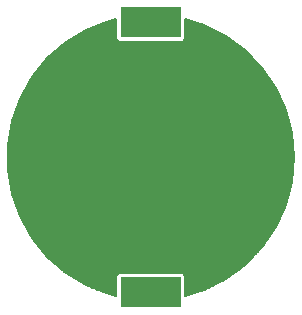
<source format=gbl>
G75*
%MOIN*%
%OFA0B0*%
%FSLAX25Y25*%
%IPPOS*%
%LPD*%
%AMOC8*
5,1,8,0,0,1.08239X$1,22.5*
%
%ADD10C,0.70000*%
%ADD11R,0.20000X0.10000*%
%ADD12C,0.00600*%
%ADD13C,0.03762*%
%ADD14C,0.02778*%
D10*
X0051600Y0051600D03*
D11*
X0051600Y0096600D03*
X0051600Y0006600D03*
D12*
X0020831Y0015366D02*
X0082537Y0015366D01*
X0083114Y0015793D02*
X0076609Y0010982D01*
X0069385Y0007340D01*
X0063100Y0005415D01*
X0063100Y0012221D01*
X0062221Y0013100D01*
X0040979Y0013100D01*
X0040100Y0012221D01*
X0040100Y0005459D01*
X0037632Y0005991D01*
X0030125Y0009007D01*
X0023236Y0013249D01*
X0017163Y0018595D01*
X0012080Y0024889D01*
X0008134Y0031952D01*
X0005439Y0039581D01*
X0004072Y0047555D01*
X0004072Y0055645D01*
X0005439Y0063619D01*
X0008134Y0071248D01*
X0012080Y0078311D01*
X0017163Y0084605D01*
X0023236Y0089951D01*
X0030125Y0094193D01*
X0037632Y0097209D01*
X0040100Y0097741D01*
X0040100Y0090979D01*
X0040979Y0090100D01*
X0062221Y0090100D01*
X0063100Y0090979D01*
X0063100Y0097785D01*
X0069385Y0095860D01*
X0076609Y0092218D01*
X0083114Y0087407D01*
X0088712Y0081566D01*
X0093243Y0074863D01*
X0096575Y0067491D01*
X0098614Y0059661D01*
X0099300Y0051600D01*
X0098614Y0043539D01*
X0096575Y0035709D01*
X0093243Y0028337D01*
X0088712Y0021634D01*
X0083114Y0015793D01*
X0083278Y0015964D02*
X0020151Y0015964D01*
X0019471Y0016563D02*
X0083852Y0016563D01*
X0084426Y0017161D02*
X0018791Y0017161D01*
X0018111Y0017760D02*
X0084999Y0017760D01*
X0085573Y0018358D02*
X0017431Y0018358D01*
X0016870Y0018957D02*
X0086147Y0018957D01*
X0086720Y0019555D02*
X0016387Y0019555D01*
X0015904Y0020154D02*
X0087294Y0020154D01*
X0087867Y0020752D02*
X0015420Y0020752D01*
X0014937Y0021351D02*
X0088441Y0021351D01*
X0088926Y0021949D02*
X0014454Y0021949D01*
X0013971Y0022548D02*
X0089330Y0022548D01*
X0089735Y0023146D02*
X0013487Y0023146D01*
X0013004Y0023745D02*
X0090139Y0023745D01*
X0090544Y0024343D02*
X0012521Y0024343D01*
X0012051Y0024942D02*
X0090948Y0024942D01*
X0091353Y0025540D02*
X0011716Y0025540D01*
X0011382Y0026139D02*
X0091757Y0026139D01*
X0092162Y0026737D02*
X0011048Y0026737D01*
X0010713Y0027336D02*
X0092566Y0027336D01*
X0092971Y0027934D02*
X0010379Y0027934D01*
X0010045Y0028533D02*
X0093331Y0028533D01*
X0093602Y0029132D02*
X0009710Y0029132D01*
X0009376Y0029730D02*
X0093872Y0029730D01*
X0094143Y0030329D02*
X0009041Y0030329D01*
X0008707Y0030927D02*
X0094414Y0030927D01*
X0094684Y0031526D02*
X0008373Y0031526D01*
X0008074Y0032124D02*
X0094955Y0032124D01*
X0095225Y0032723D02*
X0007862Y0032723D01*
X0007651Y0033321D02*
X0095496Y0033321D01*
X0095766Y0033920D02*
X0007439Y0033920D01*
X0007228Y0034518D02*
X0096037Y0034518D01*
X0096307Y0035117D02*
X0007016Y0035117D01*
X0006805Y0035715D02*
X0096577Y0035715D01*
X0096733Y0036314D02*
X0006593Y0036314D01*
X0006382Y0036912D02*
X0096888Y0036912D01*
X0097044Y0037511D02*
X0006170Y0037511D01*
X0005959Y0038109D02*
X0097200Y0038109D01*
X0097356Y0038708D02*
X0005748Y0038708D01*
X0005536Y0039306D02*
X0097512Y0039306D01*
X0097668Y0039905D02*
X0005384Y0039905D01*
X0005281Y0040503D02*
X0097824Y0040503D01*
X0097979Y0041102D02*
X0005178Y0041102D01*
X0005076Y0041700D02*
X0098135Y0041700D01*
X0098291Y0042299D02*
X0004973Y0042299D01*
X0004870Y0042897D02*
X0098447Y0042897D01*
X0098603Y0043496D02*
X0004768Y0043496D01*
X0004665Y0044094D02*
X0098661Y0044094D01*
X0098614Y0043539D02*
X0098614Y0043539D01*
X0098712Y0044693D02*
X0004563Y0044693D01*
X0004460Y0045291D02*
X0098763Y0045291D01*
X0098814Y0045890D02*
X0004357Y0045890D01*
X0004255Y0046488D02*
X0098865Y0046488D01*
X0098916Y0047087D02*
X0004152Y0047087D01*
X0004072Y0047685D02*
X0098967Y0047685D01*
X0099018Y0048284D02*
X0004072Y0048284D01*
X0004072Y0048882D02*
X0099069Y0048882D01*
X0099120Y0049481D02*
X0004072Y0049481D01*
X0004072Y0050079D02*
X0099171Y0050079D01*
X0099222Y0050678D02*
X0004072Y0050678D01*
X0004072Y0051276D02*
X0099272Y0051276D01*
X0099277Y0051875D02*
X0004072Y0051875D01*
X0004072Y0052473D02*
X0099226Y0052473D01*
X0099175Y0053072D02*
X0004072Y0053072D01*
X0004072Y0053670D02*
X0099124Y0053670D01*
X0099073Y0054269D02*
X0004072Y0054269D01*
X0004072Y0054868D02*
X0099022Y0054868D01*
X0098971Y0055466D02*
X0004072Y0055466D01*
X0004144Y0056065D02*
X0098920Y0056065D01*
X0098869Y0056663D02*
X0004246Y0056663D01*
X0004349Y0057262D02*
X0098818Y0057262D01*
X0098767Y0057860D02*
X0004452Y0057860D01*
X0004554Y0058459D02*
X0098716Y0058459D01*
X0098665Y0059057D02*
X0004657Y0059057D01*
X0004759Y0059656D02*
X0098614Y0059656D01*
X0098460Y0060254D02*
X0004862Y0060254D01*
X0004965Y0060853D02*
X0098304Y0060853D01*
X0098148Y0061451D02*
X0005067Y0061451D01*
X0005170Y0062050D02*
X0097992Y0062050D01*
X0097836Y0062648D02*
X0005273Y0062648D01*
X0005375Y0063247D02*
X0097680Y0063247D01*
X0097524Y0063845D02*
X0005519Y0063845D01*
X0005730Y0064444D02*
X0097369Y0064444D01*
X0097213Y0065042D02*
X0005942Y0065042D01*
X0006153Y0065641D02*
X0097057Y0065641D01*
X0096901Y0066239D02*
X0006365Y0066239D01*
X0006576Y0066838D02*
X0096745Y0066838D01*
X0096589Y0067436D02*
X0006788Y0067436D01*
X0006999Y0068035D02*
X0096329Y0068035D01*
X0096059Y0068633D02*
X0007211Y0068633D01*
X0007422Y0069232D02*
X0095788Y0069232D01*
X0095518Y0069830D02*
X0007634Y0069830D01*
X0007845Y0070429D02*
X0095247Y0070429D01*
X0094977Y0071027D02*
X0008057Y0071027D01*
X0008346Y0071626D02*
X0094706Y0071626D01*
X0094436Y0072224D02*
X0008680Y0072224D01*
X0009014Y0072823D02*
X0094165Y0072823D01*
X0093894Y0073421D02*
X0009349Y0073421D01*
X0009683Y0074020D02*
X0093624Y0074020D01*
X0093353Y0074618D02*
X0010017Y0074618D01*
X0010352Y0075217D02*
X0093004Y0075217D01*
X0092599Y0075815D02*
X0010686Y0075815D01*
X0011020Y0076414D02*
X0092195Y0076414D01*
X0091790Y0077012D02*
X0011355Y0077012D01*
X0011689Y0077611D02*
X0091386Y0077611D01*
X0090981Y0078209D02*
X0012023Y0078209D01*
X0012482Y0078808D02*
X0090576Y0078808D01*
X0090172Y0079406D02*
X0012965Y0079406D01*
X0013448Y0080005D02*
X0089767Y0080005D01*
X0089363Y0080603D02*
X0013931Y0080603D01*
X0014415Y0081202D02*
X0088958Y0081202D01*
X0088488Y0081801D02*
X0014898Y0081801D01*
X0015381Y0082399D02*
X0087914Y0082399D01*
X0087340Y0082998D02*
X0015864Y0082998D01*
X0016348Y0083596D02*
X0086767Y0083596D01*
X0086193Y0084195D02*
X0016831Y0084195D01*
X0017376Y0084793D02*
X0085619Y0084793D01*
X0085046Y0085392D02*
X0018056Y0085392D01*
X0018736Y0085990D02*
X0084472Y0085990D01*
X0083899Y0086589D02*
X0019416Y0086589D01*
X0020096Y0087187D02*
X0083325Y0087187D01*
X0082602Y0087786D02*
X0020776Y0087786D01*
X0021456Y0088384D02*
X0081793Y0088384D01*
X0080984Y0088983D02*
X0022136Y0088983D01*
X0022816Y0089581D02*
X0080175Y0089581D01*
X0079365Y0090180D02*
X0062301Y0090180D01*
X0062900Y0090778D02*
X0078556Y0090778D01*
X0077747Y0091377D02*
X0063100Y0091377D01*
X0063100Y0091975D02*
X0076938Y0091975D01*
X0075904Y0092574D02*
X0063100Y0092574D01*
X0063100Y0093172D02*
X0074717Y0093172D01*
X0073530Y0093771D02*
X0063100Y0093771D01*
X0063100Y0094369D02*
X0072343Y0094369D01*
X0071155Y0094968D02*
X0063100Y0094968D01*
X0063100Y0095566D02*
X0069968Y0095566D01*
X0068391Y0096165D02*
X0063100Y0096165D01*
X0063100Y0096763D02*
X0066437Y0096763D01*
X0064482Y0097362D02*
X0063100Y0097362D01*
X0040100Y0097362D02*
X0038341Y0097362D01*
X0040100Y0096763D02*
X0036523Y0096763D01*
X0035033Y0096165D02*
X0040100Y0096165D01*
X0040100Y0095566D02*
X0033544Y0095566D01*
X0032054Y0094968D02*
X0040100Y0094968D01*
X0040100Y0094369D02*
X0030565Y0094369D01*
X0029440Y0093771D02*
X0040100Y0093771D01*
X0040100Y0093172D02*
X0028468Y0093172D01*
X0027496Y0092574D02*
X0040100Y0092574D01*
X0040100Y0091975D02*
X0026524Y0091975D01*
X0025552Y0091377D02*
X0040100Y0091377D01*
X0040300Y0090778D02*
X0024580Y0090778D01*
X0023608Y0090180D02*
X0040899Y0090180D01*
X0021511Y0014767D02*
X0081727Y0014767D01*
X0080918Y0014169D02*
X0022191Y0014169D01*
X0022871Y0013570D02*
X0080109Y0013570D01*
X0079300Y0012972D02*
X0062350Y0012972D01*
X0062948Y0012373D02*
X0078490Y0012373D01*
X0077681Y0011775D02*
X0063100Y0011775D01*
X0063100Y0011176D02*
X0076872Y0011176D01*
X0075807Y0010578D02*
X0063100Y0010578D01*
X0063100Y0009979D02*
X0074620Y0009979D01*
X0073433Y0009381D02*
X0063100Y0009381D01*
X0063100Y0008782D02*
X0072246Y0008782D01*
X0071059Y0008184D02*
X0063100Y0008184D01*
X0063100Y0007585D02*
X0069872Y0007585D01*
X0068232Y0006987D02*
X0063100Y0006987D01*
X0063100Y0006388D02*
X0066278Y0006388D01*
X0064324Y0005790D02*
X0063100Y0005790D01*
X0040100Y0005790D02*
X0038566Y0005790D01*
X0040100Y0006388D02*
X0036644Y0006388D01*
X0035154Y0006987D02*
X0040100Y0006987D01*
X0040100Y0007585D02*
X0033665Y0007585D01*
X0032175Y0008184D02*
X0040100Y0008184D01*
X0040100Y0008782D02*
X0030686Y0008782D01*
X0029519Y0009381D02*
X0040100Y0009381D01*
X0040100Y0009979D02*
X0028547Y0009979D01*
X0027575Y0010578D02*
X0040100Y0010578D01*
X0040100Y0011176D02*
X0026603Y0011176D01*
X0025631Y0011775D02*
X0040100Y0011775D01*
X0040252Y0012373D02*
X0024659Y0012373D01*
X0023687Y0012972D02*
X0040850Y0012972D01*
D13*
X0044100Y0006600D03*
X0051600Y0006600D03*
X0059100Y0006600D03*
X0061600Y0029100D03*
X0061600Y0034100D03*
X0069100Y0061600D03*
X0074100Y0061600D03*
X0064100Y0069100D03*
X0064100Y0074100D03*
X0059100Y0096600D03*
X0051600Y0096600D03*
X0044100Y0096600D03*
D14*
X0064100Y0014100D03*
M02*

</source>
